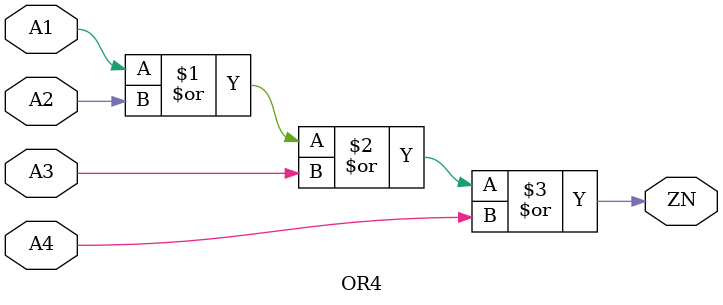
<source format=v>
module BUF(A, Z);
input A;
output Z;
assign Z = A;
endmodule

module INV(A, ZN);
input A;
output ZN;
assign ZN = ~A;
endmodule

module DFF(D, CK, Q, QN);
output Q, QN;
input D, CK;
reg Q;
always @(posedge(CK)) Q = D;
assign QN = ~Q;
endmodule

module NAND2(A1, A2, ZN);
input A1, A2;
output ZN;
assign ZN = ~(A1 & A2);
endmodule

module NOR2(A1, A2, ZN);
input A1, A2;
output ZN;
assign ZN = ~(A1 | A2);
endmodule

module XNOR2(A, B, ZN);
input A, B;
output ZN;
assign ZN = ~(A ^ B);
endmodule

module NAND3(A1, A2, A3, ZN);
input A1, A2, A3;
output ZN;
assign ZN = ~(A1 & A2 & A3);
endmodule

module NOR3(A1, A2, A3, ZN);
input A1, A2, A3;
output ZN;
assign ZN = ~(A1 | A2 | A3);
endmodule

module NAND4(A1, A2, A3, A4, ZN);
input A1, A2, A3, A4;
output ZN;
assign ZN = ~(A1 & A2 & A3 & A4);
endmodule

module NOR4(A1, A2, A3, A4, ZN);
input A1, A2, A3, A4;
output ZN;
assign ZN = ~(A1 | A2 | A3 | A4);
endmodule

// Non-invering variants
module AND2(A1, A2, ZN);
input A1, A2;
output ZN;
assign ZN = (A1 & A2);
endmodule

module OR2(A1, A2, ZN);
input A1, A2;
output ZN;
assign ZN = (A1 | A2);
endmodule

module XOR2(A, B, Z);
input A, B;
output Z;
assign Z = (A ^ B);
endmodule

module AND3(A1, A2, A3, ZN);
input A1, A2, A3;
output ZN;
assign ZN = (A1 & A2 & A3);
endmodule

module OR3(A1, A2, A3, ZN);
input A1, A2, A3;
output ZN;
assign ZN = (A1 | A2 | A3);
endmodule

module AND4(A1, A2, A3, A4, ZN);
input A1, A2, A3, A4;
output ZN;
assign ZN = (A1 & A2 & A3 & A4);
endmodule

module OR4(A1, A2, A3, A4, ZN);
input A1, A2, A3, A4;
output ZN;
assign ZN = (A1 | A2 | A3 | A4);
endmodule

</source>
